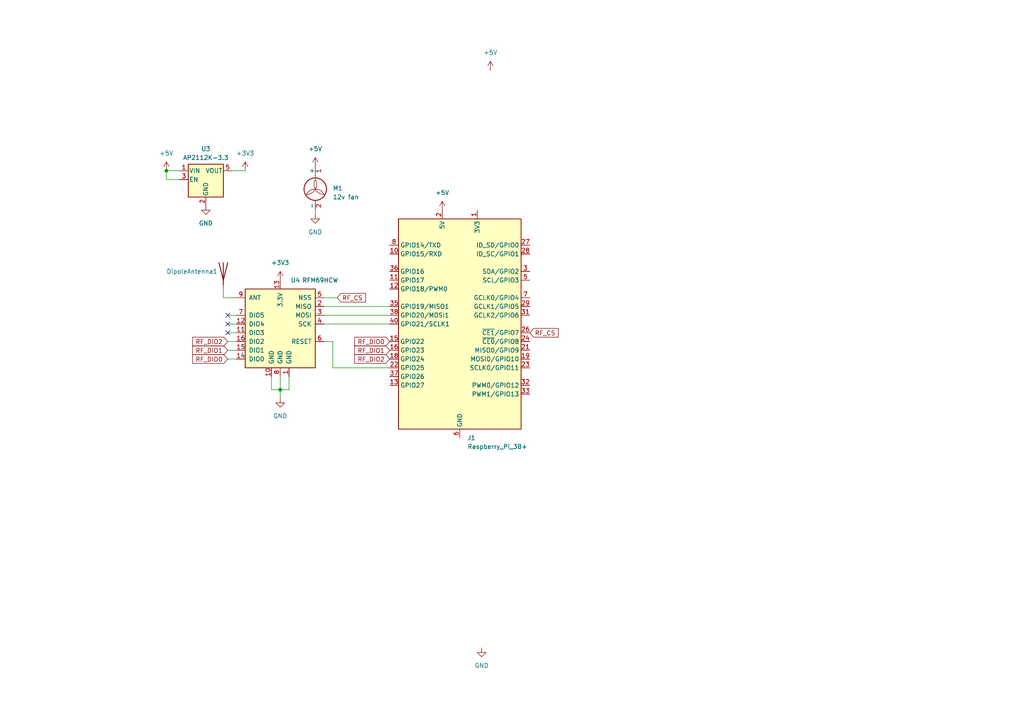
<source format=kicad_sch>
(kicad_sch (version 20231120) (generator "eeschema") (generator_version "8.0")
  (paper "A4")
  (lib_symbols
    (symbol "Connector:Raspberry_Pi_2_3"
      (property "Reference" "J" (at -17.78 31.75 0))
      (property "Value" "Raspberry_Pi_2_3" (at 10.16 -31.75 0))
      (symbol "Raspberry_Pi_2_3_0_1"
        (rectangle (start -17.78 30.48) (end 17.78 -30.48) (stroke (width 0.254)) (fill (type background)))
      )
      (symbol "Raspberry_Pi_2_3_1_1"
        (pin power_in line (at 5.08 33.02 270) (length 2.54) (name "3V3") (number "1"))
        (pin bidirectional line (at -20.32 20.32 0) (length 2.54) (name "GPIO15/RXD") (number "10"))
        (pin bidirectional line (at -20.32 12.7 0) (length 2.54) (name "GPIO17") (number "11"))
        (pin bidirectional line (at -20.32 10.16 0) (length 2.54) (name "GPIO18/PWM0") (number "12"))
        (pin bidirectional line (at -20.32 -17.78 0) (length 2.54) (name "GPIO27") (number "13"))
        (pin passive line (at 0 -33.02 90) (length 2.54) hide (name "GND") (number "14"))
        (pin bidirectional line (at -20.32 -5.08 0) (length 2.54) (name "GPIO22") (number "15"))
        (pin bidirectional line (at -20.32 -7.62 0) (length 2.54) (name "GPIO23") (number "16"))
        (pin passive line (at 5.08 33.02 270) (length 2.54) hide (name "3V3") (number "17"))
        (pin bidirectional line (at -20.32 -10.16 0) (length 2.54) (name "GPIO24") (number "18"))
        (pin bidirectional line (at 20.32 -10.16 180) (length 2.54) (name "MOSI0/GPIO10") (number "19"))
        (pin power_in line (at -5.08 33.02 270) (length 2.54) (name "5V") (number "2"))
        (pin passive line (at 0 -33.02 90) (length 2.54) hide (name "GND") (number "20"))
        (pin bidirectional line (at 20.32 -7.62 180) (length 2.54) (name "MISO0/GPIO9") (number "21"))
        (pin bidirectional line (at -20.32 -12.7 0) (length 2.54) (name "GPIO25") (number "22"))
        (pin bidirectional line (at 20.32 -12.7 180) (length 2.54) (name "SCLK0/GPIO11") (number "23"))
        (pin bidirectional line (at 20.32 -5.08 180) (length 2.54) (name "~{CE0}/GPIO8") (number "24"))
        (pin passive line (at 0 -33.02 90) (length 2.54) hide (name "GND") (number "25"))
        (pin bidirectional line (at 20.32 -2.54 180) (length 2.54) (name "~{CE1}/GPIO7") (number "26"))
        (pin bidirectional line (at 20.32 22.86 180) (length 2.54) (name "ID_SD/GPIO0") (number "27"))
        (pin bidirectional line (at 20.32 20.32 180) (length 2.54) (name "ID_SC/GPIO1") (number "28"))
        (pin bidirectional line (at 20.32 5.08 180) (length 2.54) (name "GCLK1/GPIO5") (number "29"))
        (pin bidirectional line (at 20.32 15.24 180) (length 2.54) (name "SDA/GPIO2") (number "3"))
        (pin passive line (at 0 -33.02 90) (length 2.54) hide (name "GND") (number "30"))
        (pin bidirectional line (at 20.32 2.54 180) (length 2.54) (name "GCLK2/GPIO6") (number "31"))
        (pin bidirectional line (at 20.32 -17.78 180) (length 2.54) (name "PWM0/GPIO12") (number "32"))
        (pin bidirectional line (at 20.32 -20.32 180) (length 2.54) (name "PWM1/GPIO13") (number "33"))
        (pin passive line (at 0 -33.02 90) (length 2.54) hide (name "GND") (number "34"))
        (pin bidirectional line (at -20.32 5.08 0) (length 2.54) (name "GPIO19/MISO1") (number "35"))
        (pin bidirectional line (at -20.32 15.24 0) (length 2.54) (name "GPIO16") (number "36"))
        (pin bidirectional line (at -20.32 -15.24 0) (length 2.54) (name "GPIO26") (number "37"))
        (pin bidirectional line (at -20.32 2.54 0) (length 2.54) (name "GPIO20/MOSI1") (number "38"))
        (pin passive line (at 0 -33.02 90) (length 2.54) hide (name "GND") (number "39"))
        (pin passive line (at -5.08 33.02 270) (length 2.54) hide (name "5V") (number "4"))
        (pin bidirectional line (at -20.32 0 0) (length 2.54) (name "GPIO21/SCLK1") (number "40"))
        (pin bidirectional line (at 20.32 12.7 180) (length 2.54) (name "SCL/GPIO3") (number "5"))
        (pin power_in line (at 0 -33.02 90) (length 2.54) (name "GND") (number "6"))
        (pin bidirectional line (at 20.32 7.62 180) (length 2.54) (name "GCLK0/GPIO4") (number "7"))
        (pin bidirectional line (at -20.32 22.86 0) (length 2.54) (name "GPIO14/TXD") (number "8"))
        (pin passive line (at 0 -33.02 90) (length 2.54) hide (name "GND") (number "9"))
      )
    )
    (symbol "Device:Antenna" (pin_numbers hide) (pin_names (offset 1.016) hide)
      (property "Reference" "AE" (at -1.905 1.905 0))
      (property "Value" "Antenna" (at -1.905 0 0))
      (symbol "Antenna_0_1"
        (polyline (pts (xy 0 2.54) (xy 0 -3.81)) (stroke (width 0.254)))
        (polyline (pts (xy 1.27 2.54) (xy 0 -2.54) (xy -1.27 2.54)) (stroke (width 0.254)))
      )
      (symbol "Antenna_1_1"
        (pin input line (at 0 -5.08 90) (length 2.54) (name "A") (number "1"))
      )
    )
    (symbol "MCU_Module:RaspberryPi-CM3+"
      (property "Reference" "U" (at -20.32 81.28 0))
      (property "Value" "RaspberryPi-CM3+" (at 20.32 81.28 0))
      (symbol "RaspberryPi-CM3+_0_1"
        (rectangle (start -21.59 80.01) (end 21.59 -80.01) (stroke (width 0.254)) (fill (type background)))
      )
      (symbol "RaspberryPi-CM3+_1_1"
        (pin passive line (at 0 -83.82 90) (length 3.81) hide (name "GND") (number "1"))
        (pin no_connect line (at -20.32 66.04 0) (length 2.54) hide (name "NC") (number "10"))
        (pin output line (at 25.4 45.72 180) (length 3.81) (name "DSI1_CP") (number "100"))
        (pin output line (at 25.4 58.42 180) (length 3.81) (name "DSI0_DP0") (number "101"))
        (pin output line (at 25.4 43.18 180) (length 3.81) (name "DSI1_CN") (number "102"))
        (pin passive line (at 0 -83.82 90) (length 3.81) hide (name "GND") (number "103"))
        (pin passive line (at 0 -83.82 90) (length 3.81) hide (name "GND") (number "104"))
        (pin output line (at 25.4 60.96 180) (length 3.81) (name "DSI0_CN") (number "105"))
        (pin output line (at 25.4 25.4 180) (length 3.81) (name "DSI1_DP3") (number "106"))
        (pin output line (at 25.4 63.5 180) (length 3.81) (name "DSI0_CP") (number "107"))
        (pin output line (at 25.4 22.86 180) (length 3.81) (name "DSI1_DN3") (number "108"))
        (pin passive line (at 0 -83.82 90) (length 3.81) hide (name "GND") (number "109"))
        (pin bidirectional line (at -25.4 30.48 0) (length 3.81) (name "GPIO3") (number "11"))
        (pin passive line (at 0 -83.82 90) (length 3.81) hide (name "GND") (number "110"))
        (pin output line (at 25.4 7.62 180) (length 3.81) (name "HDMI_CLK_N") (number "111"))
        (pin output line (at 25.4 30.48 180) (length 3.81) (name "DSI1_DP2") (number "112"))
        (pin output line (at 25.4 10.16 180) (length 3.81) (name "HDMI_CLK_P") (number "113"))
        (pin output line (at 25.4 27.94 180) (length 3.81) (name "DSI1_DN2") (number "114"))
        (pin passive line (at 0 -83.82 90) (length 3.81) hide (name "GND") (number "115"))
        (pin passive line (at 0 -83.82 90) (length 3.81) hide (name "GND") (number "116"))
        (pin output line (at 25.4 2.54 180) (length 3.81) (name "HDMI_D0_N") (number "117"))
        (pin output line (at 25.4 35.56 180) (length 3.81) (name "DSI1_DP1") (number "118"))
        (pin output line (at 25.4 5.08 180) (length 3.81) (name "HDMI_D0_P") (number "119"))
        (pin no_connect line (at -20.32 63.5 0) (length 2.54) hide (name "NC") (number "12"))
        (pin output line (at 25.4 33.02 180) (length 3.81) (name "DSI1_DN1") (number "120"))
        (pin passive line (at 0 -83.82 90) (length 3.81) hide (name "GND") (number "121"))
        (pin passive line (at 0 -83.82 90) (length 3.81) hide (name "GND") (number "122"))
        (pin output line (at 25.4 -2.54 180) (length 3.81) (name "HDMI_D1_N") (number "123"))
        (pin no_connect line (at 20.32 76.2 180) (length 2.54) hide (name "NC") (number "124"))
        (pin output line (at 25.4 0 180) (length 3.81) (name "HDMI_D1_P") (number "125"))
        (pin no_connect line (at 20.32 73.66 180) (length 2.54) hide (name "NC") (number "126"))
        (pin passive line (at 0 -83.82 90) (length 3.81) hide (name "GND") (number "127"))
        (pin no_connect line (at 20.32 71.12 180) (length 2.54) hide (name "NC") (number "128"))
        (pin output line (at 25.4 -7.62 180) (length 3.81) (name "HDMI_D2_N") (number "129"))
        (pin passive line (at 0 -83.82 90) (length 3.81) hide (name "GND") (number "13"))
        (pin no_connect line (at 20.32 66.04 180) (length 2.54) hide (name "NC") (number "130"))
        (pin output line (at 25.4 -5.08 180) (length 3.81) (name "HDMI_D2_P") (number "131"))
        (pin no_connect line (at 20.32 48.26 180) (length 2.54) hide (name "NC") (number "132"))
        (pin passive line (at 0 -83.82 90) (length 3.81) hide (name "GND") (number "133"))
        (pin passive line (at 0 -83.82 90) (length 3.81) hide (name "GND") (number "134"))
        (pin input line (at 25.4 -55.88 180) (length 3.81) (name "CAM1_DP3") (number "135"))
        (pin input line (at 25.4 -22.86 180) (length 3.81) (name "CAM0_DP0") (number "136"))
        (pin input line (at 25.4 -58.42 180) (length 3.81) (name "CAM1_DN3") (number "137"))
        (pin input line (at 25.4 -25.4 180) (length 3.81) (name "CAM0_DN0") (number "138"))
        (pin passive line (at 0 -83.82 90) (length 3.81) hide (name "GND") (number "139"))
        (pin passive line (at 0 -83.82 90) (length 3.81) hide (name "GND") (number "14"))
        (pin passive line (at 0 -83.82 90) (length 3.81) hide (name "GND") (number "140"))
        (pin input line (at 25.4 -50.8 180) (length 3.81) (name "CAM1_DP2") (number "141"))
        (pin input line (at 25.4 -17.78 180) (length 3.81) (name "CAM0_CP") (number "142"))
        (pin input line (at 25.4 -53.34 180) (length 3.81) (name "CAM1_DN2") (number "143"))
        (pin input line (at 25.4 -20.32 180) (length 3.81) (name "CAM0_CN") (number "144"))
        (pin passive line (at 0 -83.82 90) (length 3.81) hide (name "GND") (number "145"))
        (pin passive line (at 0 -83.82 90) (length 3.81) hide (name "GND") (number "146"))
        (pin input line (at 25.4 -35.56 180) (length 3.81) (name "CAM1_CP") (number "147"))
        (pin input line (at 25.4 -27.94 180) (length 3.81) (name "CAM0_DP1") (number "148"))
        (pin input line (at 25.4 -38.1 180) (length 3.81) (name "CAM1_CN") (number "149"))
        (pin bidirectional line (at -25.4 27.94 0) (length 3.81) (name "GPIO4") (number "15"))
        (pin input line (at 25.4 -30.48 180) (length 3.81) (name "CAM0_DN1") (number "150"))
        (pin passive line (at 0 -83.82 90) (length 3.81) hide (name "GND") (number "151"))
        (pin passive line (at 0 -83.82 90) (length 3.81) hide (name "GND") (number "152"))
        (pin input line (at 25.4 -45.72 180) (length 3.81) (name "CAM1_DP1") (number "153"))
        (pin no_connect line (at 20.32 -15.24 180) (length 2.54) hide (name "NC") (number "154"))
        (pin input line (at 25.4 -48.26 180) (length 3.81) (name "CAM1_DN1") (number "155"))
        (pin no_connect line (at 20.32 -12.7 180) (length 2.54) hide (name "NC") (number "156"))
        (pin passive line (at 0 -83.82 90) (length 3.81) hide (name "GND") (number "157"))
        (pin no_connect line (at 20.32 20.32 180) (length 2.54) hide (name "NC") (number "158"))
        (pin input line (at 25.4 -40.64 180) (length 3.81) (name "CAM1_DP0") (number "159"))
        (pin no_connect line (at -20.32 60.96 0) (length 2.54) hide (name "NC") (number "16"))
        (pin no_connect line (at 20.32 -60.96 180) (length 2.54) hide (name "NC") (number "160"))
        (pin input line (at 25.4 -43.18 180) (length 3.81) (name "CAM1_DN0") (number "161"))
        (pin no_connect line (at 20.32 -63.5 180) (length 2.54) hide (name "NC") (number "162"))
        (pin passive line (at 0 -83.82 90) (length 3.81) hide (name "GND") (number "163"))
        (pin passive line (at 0 -83.82 90) (length 3.81) hide (name "GND") (number "164"))
        (pin bidirectional line (at -25.4 45.72 0) (length 3.81) (name "USB_DP") (number "165"))
        (pin output line (at 25.4 68.58 180) (length 3.81) (name "TVDAC") (number "166"))
        (pin bidirectional line (at -25.4 43.18 0) (length 3.81) (name "USB_DM") (number "167"))
        (pin passive line (at -25.4 48.26 0) (length 3.81) (name "USB_OTGID") (number "168"))
        (pin passive line (at 0 -83.82 90) (length 3.81) hide (name "GND") (number "169"))
        (pin bidirectional line (at -25.4 25.4 0) (length 3.81) (name "GPIO5") (number "17"))
        (pin passive line (at 0 -83.82 90) (length 3.81) hide (name "GND") (number "170"))
        (pin bidirectional line (at 25.4 17.78 180) (length 3.81) (name "HDMI_CEC") (number "171"))
        (pin input line (at 25.4 -68.58 180) (length 3.81) (name "~{VC_TRST}") (number "172"))
        (pin bidirectional line (at 25.4 15.24 180) (length 3.81) (name "HDMI_SDA") (number "173"))
        (pin input line (at 25.4 -73.66 180) (length 3.81) (name "VC_TDI") (number "174"))
        (pin bidirectional line (at 25.4 12.7 180) (length 3.81) (name "HDMI_SCL") (number "175"))
        (pin input line (at 25.4 -66.04 180) (length 3.81) (name "VC_TMS") (number "176"))
        (pin input line (at -25.4 76.2 0) (length 3.81) (name "RUN") (number "177"))
        (pin output line (at 25.4 -76.2 180) (length 3.81) (name "VC_TDO") (number "178"))
        (pin no_connect line (at 0 78.74 270) (length 2.54) hide (name "VDD_CORE_(DO_NOT_CONNECT)") (number "179"))
        (pin no_connect line (at -20.32 58.42 0) (length 2.54) hide (name "NC") (number "18"))
        (pin input line (at 25.4 -71.12 180) (length 3.81) (name "VC_TCK") (number "180"))
        (pin passive line (at 0 -83.82 90) (length 3.81) hide (name "GND") (number "181"))
        (pin passive line (at 0 -83.82 90) (length 3.81) hide (name "GND") (number "182"))
        (pin passive line (at -7.62 83.82 270) (length 3.81) hide (name "1V8") (number "183"))
        (pin passive line (at -7.62 83.82 270) (length 3.81) hide (name "1V8") (number "184"))
        (pin passive line (at -7.62 83.82 270) (length 3.81) hide (name "1V8") (number "185"))
        (pin power_in line (at -7.62 83.82 270) (length 3.81) (name "1V8") (number "186"))
        (pin passive line (at 0 -83.82 90) (length 3.81) hide (name "GND") (number "187"))
        (pin passive line (at 0 -83.82 90) (length 3.81) hide (name "GND") (number "188"))
        (pin passive line (at 2.54 83.82 270) (length 3.81) hide (name "VDAC") (number "189"))
        (pin passive line (at 0 -83.82 90) (length 3.81) hide (name "GND") (number "19"))
        (pin power_in line (at 2.54 83.82 270) (length 3.81) (name "VDAC") (number "190"))
        (pin passive line (at -5.08 83.82 270) (length 3.81) hide (name "3V3") (number "191"))
        (pin passive line (at -5.08 83.82 270) (length 3.81) hide (name "3V3") (number "192"))
        (pin passive line (at -5.08 83.82 270) (length 3.81) hide (name "3V3") (number "193"))
        (pin power_in line (at -5.08 83.82 270) (length 3.81) (name "3V3") (number "194"))
        (pin passive line (at 0 -83.82 90) (length 3.81) hide (name "GND") (number "195"))
        (pin power_out line (at 0 -83.82 90) (length 3.81) (name "GND") (number "196"))
        (pin passive line (at -2.54 83.82 270) (length 3.81) hide (name "VBAT") (number "197"))
        (pin passive line (at -2.54 83.82 270) (length 3.81) hide (name "VBAT") (number "198"))
        (pin passive line (at -2.54 83.82 270) (length 3.81) hide (name "VBAT") (number "199"))
        (pin input line (at -25.4 73.66 0) (length 3.81) (name "~{EMMC_DISABLE}") (number "2"))
        (pin passive line (at 0 -83.82 90) (length 3.81) hide (name "GND") (number "20"))
        (pin power_in line (at -2.54 83.82 270) (length 3.81) (name "VBAT") (number "200"))
        (pin bidirectional line (at -25.4 22.86 0) (length 3.81) (name "GPIO6") (number "21"))
        (pin no_connect line (at -20.32 55.88 0) (length 2.54) hide (name "NC") (number "22"))
        (pin bidirectional line (at -25.4 20.32 0) (length 3.81) (name "GPIO7") (number "23"))
        (pin no_connect line (at -20.32 53.34 0) (length 2.54) hide (name "NC") (number "24"))
        (pin passive line (at 0 -83.82 90) (length 3.81) hide (name "GND") (number "25"))
        (pin passive line (at 0 -83.82 90) (length 3.81) hide (name "GND") (number "26"))
        (pin bidirectional line (at -25.4 17.78 0) (length 3.81) (name "GPIO8") (number "27"))
        (pin bidirectional line (at -25.4 -33.02 0) (length 3.81) (name "GPIO28") (number "28"))
        (pin bidirectional line (at -25.4 15.24 0) (length 3.81) (name "GPIO9") (number "29"))
        (pin bidirectional line (at -25.4 38.1 0) (length 3.81) (name "GPIO0") (number "3"))
        (pin bidirectional line (at -25.4 -35.56 0) (length 3.81) (name "GPIO29") (number "30"))
        (pin passive line (at 0 -83.82 90) (length 3.81) hide (name "GND") (number "31"))
        (pin passive line (at 0 -83.82 90) (length 3.81) hide (name "GND") (number "32"))
        (pin bidirectional line (at -25.4 12.7 0) (length 3.81) (name "GPIO10") (number "33"))
        (pin bidirectional line (at -25.4 -38.1 0) (length 3.81) (name "GPIO30") (number "34"))
        (pin bidirectional line (at -25.4 10.16 0) (length 3.81) (name "GPIO11") (number "35"))
        (pin bidirectional line (at -25.4 -40.64 0) (length 3.81) (name "GPIO31") (number "36"))
        (pin passive line (at 0 -83.82 90) (length 3.81) hide (name "GND") (number "37"))
        (pin passive line (at 0 -83.82 90) (length 3.81) hide (name "GND") (number "38"))
        (pin passive line (at 7.62 83.82 270) (length 3.81) hide (name "GPIO0-27_VDD") (number "39"))
        (pin no_connect line (at 5.08 78.74 270) (length 2.54) hide (name "NC") (number "4"))
        (pin power_in line (at 7.62 83.82 270) (length 3.81) (name "GPIO0-27_VDD") (number "40"))
        (pin passive line (at 10.16 83.82 270) (length 3.81) hide (name "GPIO28-45_VDD") (number "41"))
        (pin power_in line (at 10.16 83.82 270) (length 3.81) (name "GPIO28-45_VDD") (number "42"))
        (pin passive line (at 0 -83.82 90) (length 3.81) hide (name "GND") (number "43"))
        (pin passive line (at 0 -83.82 90) (length 3.81) hide (name "GND") (number "44"))
        (pin bidirectional line (at -25.4 7.62 0) (length 3.81) (name "GPIO12") (number "45"))
        (pin bidirectional line (at -25.4 -43.18 0) (length 3.81) (name "GPIO32") (number "46"))
        (pin bidirectional line (at -25.4 5.08 0) (length 3.81) (name "GPIO13") (number "47"))
        (pin bidirectional line (at -25.4 -45.72 0) (length 3.81) (name "GPIO33") (number "48"))
        (pin passive line (at 0 -83.82 90) (length 3.81) hide (name "GND") (number "49"))
        (pin bidirectional line (at -25.4 35.56 0) (length 3.81) (name "GPIO1") (number "5"))
        (pin passive line (at 0 -83.82 90) (length 3.81) hide (name "GND") (number "50"))
        (pin bidirectional line (at -25.4 2.54 0) (length 3.81) (name "GPIO14") (number "51"))
        (pin bidirectional line (at -25.4 -48.26 0) (length 3.81) (name "GPIO34") (number "52"))
        (pin bidirectional line (at -25.4 0 0) (length 3.81) (name "GPIO15") (number "53"))
        (pin bidirectional line (at -25.4 -50.8 0) (length 3.81) (name "GPIO35") (number "54"))
        (pin passive line (at 0 -83.82 90) (length 3.81) hide (name "GND") (number "55"))
        (pin passive line (at 0 -83.82 90) (length 3.81) hide (name "GND") (number "56"))
        (pin bidirectional line (at -25.4 -2.54 0) (length 3.81) (name "GPIO16") (number "57"))
        (pin bidirectional line (at -25.4 -53.34 0) (length 3.81) (name "GPIO36") (number "58"))
        (pin bidirectional line (at -25.4 -5.08 0) (length 3.81) (name "GPIO17") (number "59"))
        (pin no_connect line (at 12.7 78.74 270) (length 2.54) hide (name "NC") (number "6"))
        (pin bidirectional line (at -25.4 -55.88 0) (length 3.81) (name "GPIO37") (number "60"))
        (pin passive line (at 0 -83.82 90) (length 3.81) hide (name "GND") (number "61"))
        (pin passive line (at 0 -83.82 90) (length 3.81) hide (name "GND") (number "62"))
        (pin bidirectional line (at -25.4 -7.62 0) (length 3.81) (name "GPIO18") (number "63"))
        (pin bidirectional line (at -25.4 -58.42 0) (length 3.81) (name "GPIO38") (number "64"))
        (pin bidirectional line (at -25.4 -10.16 0) (length 3.81) (name "GPIO19") (number "65"))
        (pin bidirectional line (at -25.4 -60.96 0) (length 3.81) (name "GPIO39") (number "66"))
        (pin passive line (at 0 -83.82 90) (length 3.81) hide (name "GND") (number "67"))
        (pin passive line (at 0 -83.82 90) (length 3.81) hide (name "GND") (number "68"))
        (pin bidirectional line (at -25.4 -12.7 0) (length 3.81) (name "GPIO20") (number "69"))
        (pin passive line (at 0 -83.82 90) (length 3.81) hide (name "GND") (number "7"))
        (pin bidirectional line (at -25.4 -63.5 0) (length 3.81) (name "GPIO40") (number "70"))
        (pin bidirectional line (at -25.4 -15.24 0) (length 3.81) (name "GPIO21") (number "71"))
        (pin bidirectional line (at -25.4 -66.04 0) (length 3.81) (name "GPIO41") (number "72"))
        (pin passive line (at 0 -83.82 90) (length 3.81) hide (name "GND") (number "73"))
        (pin passive line (at 0 -83.82 90) (length 3.81) hide (name "GND") (number "74"))
        (pin bidirectional line (at -25.4 -17.78 0) (length 3.81) (name "GPIO22") (number "75"))
        (pin bidirectional line (at -25.4 -68.58 0) (length 3.81) (name "GPIO42") (number "76"))
        (pin bidirectional line (at -25.4 -20.32 0) (length 3.81) (name "GPIO23") (number "77"))
        (pin bidirectional line (at -25.4 -71.12 0) (length 3.81) (name "GPIO43") (number "78"))
        (pin passive line (at 0 -83.82 90) (length 3.81) hide (name "GND") (number "79"))
        (pin passive line (at 0 -83.82 90) (length 3.81) hide (name "GND") (number "8"))
        (pin passive line (at 0 -83.82 90) (length 3.81) hide (name "GND") (number "80"))
        (pin bidirectional line (at -25.4 -22.86 0) (length 3.81) (name "GPIO24") (number "81"))
        (pin bidirectional line (at -25.4 -73.66 0) (length 3.81) (name "GPIO44") (number "82"))
        (pin bidirectional line (at -25.4 -25.4 0) (length 3.81) (name "GPIO25") (number "83"))
        (pin bidirectional line (at -25.4 -76.2 0) (length 3.81) (name "GPIO45") (number "84"))
        (pin passive line (at 0 -83.82 90) (length 3.81) hide (name "GND") (number "85"))
        (pin passive line (at 0 -83.82 90) (length 3.81) hide (name "GND") (number "86"))
        (pin bidirectional line (at -25.4 -27.94 0) (length 3.81) (name "GPIO26") (number "87"))
        (pin input line (at 25.4 -10.16 180) (length 3.81) (name "HDMI_HPD_N_1V8") (number "88"))
        (pin bidirectional line (at -25.4 -30.48 0) (length 3.81) (name "GPIO27") (number "89"))
        (pin bidirectional line (at -25.4 33.02 0) (length 3.81) (name "GPIO2") (number "9"))
        (pin output line (at -25.4 71.12 0) (length 3.81) (name "EMMC_EN_N_1V8") (number "90"))
        (pin passive line (at 0 -83.82 90) (length 3.81) hide (name "GND") (number "91"))
        (pin passive line (at 0 -83.82 90) (length 3.81) hide (name "GND") (number "92"))
        (pin output line (at 25.4 50.8 180) (length 3.81) (name "DSI0_DN1") (number "93"))
        (pin output line (at 25.4 40.64 180) (length 3.81) (name "DSI1_DP0") (number "94"))
        (pin output line (at 25.4 53.34 180) (length 3.81) (name "DSI0_DP1") (number "95"))
        (pin output line (at 25.4 38.1 180) (length 3.81) (name "DSI1_DN0") (number "96"))
        (pin passive line (at 0 -83.82 90) (length 3.81) hide (name "GND") (number "97"))
        (pin passive line (at 0 -83.82 90) (length 3.81) hide (name "GND") (number "98"))
        (pin output line (at 25.4 55.88 180) (length 3.81) (name "DSI0_DN0") (number "99"))
      )
    )
    (symbol "Motor:Fan" (pin_names (offset 0))
      (property "Reference" "M" (at 2.54 5.08 0))
      (property "Value" "Fan" (at 2.54 -2.54 0))
      (symbol "Fan_0_1"
        (arc (start -2.54 -0.508) (mid 0.0028 0.9121) (end 0 3.81))
        (polyline (pts (xy 0 -5.08) (xy 0 -4.572)))
        (polyline (pts (xy 0 -2.2352) (xy 0 -2.6416)))
        (polyline (pts (xy 0 4.2672) (xy 0 4.6228)))
        (polyline (pts (xy 0 4.572) (xy 0 5.08)))
        (circle (center 0 1.016) (radius 3.2512) (stroke (width 0.254)))
        (arc (start 0 3.81) (mid 0.053 0.921) (end 2.54 -0.508))
        (arc (start 2.54 -0.508) (mid 0 1.0618) (end -2.54 -0.508))
      )
      (symbol "Fan_1_1"
        (pin passive line (at 0 7.62 270) (length 2.54) (name "+") (number "1"))
        (pin passive line (at 0 -5.08 90) (length 2.54) (name "-") (number "2"))
      )
    )
    (symbol "RFM69HCW_1" (pin_names (offset 1.016))
      (property "Reference" "U3" (at -3.0165 12.7 0))
      (property "Value" "RFM69HCW" (at -6.35 12.7 0))
      (symbol "RFM69HCW_1_0_1"
        (rectangle (start -10.16 10.16) (end 10.16 -12.7) (stroke (width 0.254)) (fill (type background)))
      )
      (symbol "RFM69HCW_1_1_1"
        (pin power_in line (at -2.54 -15.24 90) (length 2.54) (name "GND") (number "1"))
        (pin power_in line (at 2.54 -15.24 90) (length 2.54) (name "GND") (number "10"))
        (pin bidirectional line (at 12.7 -2.54 180) (length 2.54) (name "DIO3") (number "11"))
        (pin bidirectional line (at 12.7 0 180) (length 2.54) (name "DIO4") (number "12"))
        (pin power_in line (at 0 12.7 270) (length 2.54) (name "3.3V") (number "13"))
        (pin bidirectional line (at 12.7 -10.16 180) (length 2.54) (name "DIO0") (number "14"))
        (pin bidirectional line (at 12.7 -7.62 180) (length 2.54) (name "DIO1") (number "15"))
        (pin bidirectional line (at 12.7 -5.08 180) (length 2.54) (name "DIO2") (number "16"))
        (pin output line (at -12.7 5.08 0) (length 2.54) (name "MISO") (number "2"))
        (pin input line (at -12.7 2.54 0) (length 2.54) (name "MOSI") (number "3"))
        (pin input line (at -12.7 0 0) (length 2.54) (name "SCK") (number "4"))
        (pin input line (at -12.7 7.62 0) (length 2.54) (name "NSS") (number "5"))
        (pin bidirectional line (at -12.7 -5.08 0) (length 2.54) (name "RESET") (number "6"))
        (pin bidirectional line (at 12.7 2.54 180) (length 2.54) (name "DIO5") (number "7"))
        (pin power_in line (at 0 -15.24 90) (length 2.54) (name "GND") (number "8"))
        (pin bidirectional line (at 12.7 7.62 180) (length 2.54) (name "ANT") (number "9"))
      )
    )
    (symbol "RF_Module:RFM69HCW" (pin_names (offset 1.016))
      (property "Reference" "U" (at -10.414 11.684 0))
      (property "Value" "RFM69HCW" (at 1.524 11.43 0))
      (symbol "RFM69HCW_0_1"
        (rectangle (start -10.16 10.16) (end 10.16 -12.7) (stroke (width 0.254)) (fill (type background)))
      )
      (symbol "RFM69HCW_1_1"
        (pin power_in line (at -2.54 -15.24 90) (length 2.54) (name "GND") (number "1"))
        (pin power_in line (at 2.54 -15.24 90) (length 2.54) (name "GND") (number "10"))
        (pin bidirectional line (at 12.7 -2.54 180) (length 2.54) (name "DIO3") (number "11"))
        (pin bidirectional line (at 12.7 0 180) (length 2.54) (name "DIO4") (number "12"))
        (pin power_in line (at 0 12.7 270) (length 2.54) (name "3.3V") (number "13"))
        (pin bidirectional line (at 12.7 -10.16 180) (length 2.54) (name "DIO0") (number "14"))
        (pin bidirectional line (at 12.7 -7.62 180) (length 2.54) (name "DIO1") (number "15"))
        (pin bidirectional line (at 12.7 -5.08 180) (length 2.54) (name "DIO2") (number "16"))
        (pin output line (at -12.7 2.54 0) (length 2.54) (name "MISO") (number "2"))
        (pin input line (at -12.7 5.08 0) (length 2.54) (name "MOSI") (number "3"))
        (pin input line (at -12.7 7.62 0) (length 2.54) (name "SCK") (number "4"))
        (pin input line (at -12.7 0 0) (length 2.54) (name "NSS") (number "5"))
        (pin bidirectional line (at -12.7 -5.08 0) (length 2.54) (name "RESET") (number "6"))
        (pin bidirectional line (at 12.7 2.54 180) (length 2.54) (name "DIO5") (number "7"))
        (pin power_in line (at 0 -15.24 90) (length 2.54) (name "GND") (number "8"))
        (pin bidirectional line (at 12.7 7.62 180) (length 2.54) (name "ANT") (number "9"))
      )
    )
    (symbol "Regulator_Linear:AP2112K-3.3" (pin_names (offset 0.254))
      (property "Reference" "U" (at -5.08 5.715 0))
      (property "Value" "AP2112K-3.3" (at 0 5.715 0))
      (symbol "AP2112K-3.3_0_1"
        (rectangle (start -5.08 4.445) (end 5.08 -5.08) (stroke (width 0.254)) (fill (type background)))
      )
      (symbol "AP2112K-3.3_1_1"
        (pin power_in line (at -7.62 2.54 0) (length 2.54) (name "VIN") (number "1"))
        (pin power_in line (at 0 -7.62 90) (length 2.54) (name "GND") (number "2"))
        (pin input line (at -7.62 0 0) (length 2.54) (name "EN") (number "3"))
        (pin no_connect line (at 5.08 0 180) (length 2.54) hide (name "NC") (number "4"))
        (pin power_out line (at 7.62 2.54 180) (length 2.54) (name "VOUT") (number "5"))
      )
    )
    (symbol "power:+3V3" (power) (pin_numbers hide) (pin_names (offset 0) hide)
      (property "Value" "+3V3" (at 0 3.556 0))
      (symbol "+3V3_0_1"
        (polyline (pts (xy -0.762 1.27) (xy 0 2.54)))
        (polyline (pts (xy 0 0) (xy 0 2.54)))
        (polyline (pts (xy 0 2.54) (xy 0.762 1.27)))
      )
      (symbol "+3V3_1_1"
        (pin power_in line (at 0 0 90) (length 0) (name "~") (number "1"))
      )
    )
    (symbol "power:+5V" (power) (pin_numbers hide) (pin_names (offset 0) hide)
      (property "Value" "+5V" (at 0 3.556 0))
      (symbol "+5V_0_1"
        (polyline (pts (xy -0.762 1.27) (xy 0 2.54)))
        (polyline (pts (xy 0 0) (xy 0 2.54)))
        (polyline (pts (xy 0 2.54) (xy 0.762 1.27)))
      )
      (symbol "+5V_1_1"
        (pin power_in line (at 0 0 90) (length 0) (name "~") (number "1"))
      )
    )
    (symbol "power:GND" (power) (pin_numbers hide) (pin_names (offset 0) hide)
      (property "Value" "GND" (at 0 -3.81 0))
      (symbol "GND_0_1"
        (polyline (pts (xy 0 0) (xy 0 -1.27) (xy 1.27 -1.27) (xy 0 -2.54) (xy -1.27 -1.27) (xy 0 -1.27)))
      )
      (symbol "GND_1_1"
        (pin power_in line (at 0 0 270) (length 0) (name "~") (number "1"))
      )
    )
  )
  (junction (at -228.6 10.16) (color 33 218 10 1))
  (junction (at 81.28 113.03))
  (junction (at 48.26 49.53))
  (no_connect (at -259.08 31.75))
  (no_connect (at -259.08 29.21))
  (no_connect (at 66.04 93.98))
  (no_connect (at 66.04 91.44))
  (no_connect (at 66.04 96.52))
  (no_connect (at -259.08 26.67))
  (wire (pts (xy 93.98 93.98) (xy 113.03 93.98)))
  (wire (pts (xy -205.74 36.83) (xy -233.68 36.83)) (stroke (width 0) (color 139 139 139 1)))
  (wire (pts (xy -173.99 20.32) (xy -205.74 20.32)) (stroke (width 0) (color 139 139 139 1)))
  (wire (pts (xy -264.16 24.13) (xy -264.16 53.34)) (stroke (width 0) (color 255 255 0 1)))
  (wire (pts (xy -238.76 7.62) (xy -228.6 7.62)) (stroke (width 0) (color 33 218 10 1)))
  (wire (pts (xy -259.08 24.13) (xy -264.16 24.13)) (stroke (width 0) (color 255 255 0 1)))
  (wire (pts (xy -208.28 34.29) (xy -208.28 17.78)) (stroke (width 0) (color 2 2 255 1)))
  (wire (pts (xy -228.6 29.21) (xy -228.6 10.16)) (stroke (width 0) (color 33 218 10 1)))
  (wire (pts (xy -228.6 10.16) (xy -173.99 10.16)) (stroke (width 0) (color 33 218 10 1)))
  (wire (pts (xy 83.82 113.03) (xy 83.82 109.22)))
  (wire (pts (xy 96.52 106.68) (xy 113.03 106.68)))
  (wire (pts (xy 66.04 91.44) (xy 68.58 91.44)))
  (wire (pts (xy -233.68 24.13) (xy -214.63 24.13)) (stroke (width 0) (color 132 73 29 1)))
  (wire (pts (xy -265.43 21.59) (xy -259.08 21.59)) (stroke (width 0) (color 255 164 0 1)))
  (wire (pts (xy 68.58 104.14) (xy 66.04 104.14)))
  (wire (pts (xy -233.68 34.29) (xy -208.28 34.29)) (stroke (width 0) (color 2 2 255 1)))
  (wire (pts (xy 68.58 86.36) (xy 64.77 86.36)))
  (wire (pts (xy -266.7 48.26) (xy -173.99 48.26)))
  (wire (pts (xy 81.28 113.03) (xy 81.28 115.57)))
  (wire (pts (xy -259.08 19.05) (xy -266.7 19.05)))
  (wire (pts (xy -208.28 17.78) (xy -173.99 17.78)) (stroke (width 0) (color 2 2 255 1)))
  (wire (pts (xy -294.64 36.83) (xy -259.08 36.83)))
  (wire (pts (xy -210.82 31.75) (xy -210.82 15.24)) (stroke (width 0) (color 177 0 255 1)))
  (wire (pts (xy -228.6 10.16) (xy -228.6 7.62)) (stroke (width 0) (color 33 218 10 1)))
  (wire (pts (xy -228.6 29.21) (xy -233.68 29.21)) (stroke (width 0) (color 33 218 10 1)))
  (wire (pts (xy -233.68 31.75) (xy -210.82 31.75)) (stroke (width 0) (color 177 0 255 1)))
  (wire (pts (xy 48.26 49.53) (xy 48.26 52.07)))
  (wire (pts (xy 48.26 49.53) (xy 52.07 49.53)))
  (wire (pts (xy 81.28 113.03) (xy 78.74 113.03)))
  (wire (pts (xy -265.43 50.8) (xy -265.43 21.59)) (stroke (width 0) (color 255 164 0 1)))
  (wire (pts (xy 68.58 99.06) (xy 66.04 99.06)))
  (wire (pts (xy -266.7 19.05) (xy -266.7 48.26)))
  (wire (pts (xy -210.82 15.24) (xy -173.99 15.24)) (stroke (width 0) (color 177 0 255 1)))
  (wire (pts (xy 91.44 62.23) (xy 91.44 60.96)))
  (wire (pts (xy 93.98 88.9) (xy 113.03 88.9)))
  (wire (pts (xy 66.04 96.52) (xy 68.58 96.52)))
  (wire (pts (xy 96.52 106.68) (xy 96.52 99.06)))
  (wire (pts (xy 48.26 52.07) (xy 52.07 52.07)))
  (wire (pts (xy 66.04 93.98) (xy 68.58 93.98)))
  (wire (pts (xy -173.99 50.8) (xy -265.43 50.8)) (stroke (width 0) (color 255 164 0 1)))
  (wire (pts (xy 93.98 91.44) (xy 113.03 91.44)))
  (wire (pts (xy 71.12 49.53) (xy 67.31 49.53)))
  (wire (pts (xy 64.77 86.36) (xy 64.77 83.82)))
  (wire (pts (xy -214.63 55.88) (xy -173.99 55.88)) (stroke (width 0) (color 132 73 29 1)))
  (wire (pts (xy 81.28 113.03) (xy 83.82 113.03)))
  (wire (pts (xy -205.74 20.32) (xy -205.74 36.83)) (stroke (width 0) (color 139 139 139 1)))
  (wire (pts (xy -264.16 53.34) (xy -173.99 53.34)) (stroke (width 0) (color 255 255 0 1)))
  (wire (pts (xy 78.74 113.03) (xy 78.74 109.22)))
  (wire (pts (xy 93.98 99.06) (xy 96.52 99.06)))
  (wire (pts (xy 97.79 86.36) (xy 93.98 86.36)))
  (wire (pts (xy 68.58 101.6) (xy 66.04 101.6)))
  (wire (pts (xy -214.63 24.13) (xy -214.63 55.88)) (stroke (width 0) (color 132 73 29 1)))
  (wire (pts (xy 81.28 113.03) (xy 81.28 109.22)))
  (global_label "RF_DIO0" (shape input) (at 66.04 104.14 180) (property "Intersheetrefs" "${INTERSHEET_REFS}" (effects (hide yes))))
  (global_label "RF_DIO1" (shape input) (at 66.04 101.6 180) (property "Intersheetrefs" "${INTERSHEET_REFS}" (effects (hide yes))))
  (global_label "RF_DIO0" (shape input) (at 113.03 99.06 180) (property "Intersheetrefs" "${INTERSHEET_REFS}" (effects (hide yes))))
  (global_label "RF_DIO2" (shape input) (at 66.04 99.06 180) (property "Intersheetrefs" "${INTERSHEET_REFS}" (effects (hide yes))))
  (global_label "RF_CS" (shape input) (at 153.67 96.52 0) (property "Intersheetrefs" "${INTERSHEET_REFS}" (effects (hide yes))))
  (global_label "RF_DIO1" (shape input) (at 113.03 101.6 180) (property "Intersheetrefs" "${INTERSHEET_REFS}" (effects (hide yes))))
  (global_label "white" (shape input) (at -266.7 19.05 180) (property "Intersheetrefs" "${INTERSHEET_REFS}" (effects (hide yes))))
  (global_label "RF_DIO2" (shape input) (at 113.03 104.14 180) (property "Intersheetrefs" "${INTERSHEET_REFS}" (effects (hide yes))))
  (global_label "CS" (shape input) (at -238.76 7.62 180) (property "Intersheetrefs" "${INTERSHEET_REFS}" (effects (hide yes))))
  (global_label "RF_CS" (shape input) (at 97.79 86.36 0) (property "Intersheetrefs" "${INTERSHEET_REFS}" (effects (hide yes))))
  (symbol (lib_name "RFM69HCW_1") (lib_id "RF_Module:RFM69HCW") (at 81.28 93.98 0) (mirror y) (unit 1)
    (property "Reference" "U4" (at 84.2965 81.28 0) (effects (justify right)))
    (property "Value" "RFM69HCW" (at 87.63 81.28 0) (effects (justify right)))
    (property "Datasheet" "https://www.hoperf.com/data/upload/portal/20181127/5bfcb8284d838.pdf" (effects (hide yes)))
    (property "Description" "Low power ISM Radio Transceiver Module, SPI interface, AES encryption, 434 or 915 MHz, up to 100mW, up to 300 kb/s, SMD-16, DIP-16" (effects (hide yes)))
  )
  (symbol (lib_id "Motor:Fan") (at 91.44 55.88 0) (unit 1)
    (property "Reference" "M1" (at 96.52 54.6099 0) (effects (justify left)))
    (property "Value" "12v fan" (at 96.52 57.1499 0) (effects (justify left)))
    (property "Description" "Fan" (effects (hide yes)))
  )
  (symbol (lib_id "power:+5V") (at 48.26 49.53 0) (unit 1)
    (property "Reference" "#PWR1" (effects (hide yes)))
    (property "Value" "+5V" (at 48.26 44.45 0))
    (property "Description" "Power symbol creates a global label with name \"+5V\"" (effects (hide yes)))
  )
  (symbol (lib_id "power:+5V") (at 142.24 20.32 0) (unit 1)
    (property "Reference" "#PWR10" (effects (hide yes)))
    (property "Value" "+5V" (at 142.24 15.24 0))
    (property "Description" "Power symbol creates a global label with name \"+5V\"" (effects (hide yes)))
  )
  (symbol (lib_id "RF_Module:RFM69HCW") (at -246.38 29.21 180) (unit 1)
    (property "Reference" "U1" (at -243.3635 41.91 0) (effects (justify right)))
    (property "Value" "RFM69HCW" (at -240.03 41.91 0) (effects (justify right)))
    (property "Datasheet" "https://www.hoperf.com/data/upload/portal/20181127/5bfcb8284d838.pdf" (effects (hide yes)))
    (property "Description" "Low power ISM Radio Transceiver Module, SPI interface, AES encryption, 434 or 915 MHz, up to 100mW, up to 300 kb/s, SMD-16, DIP-16" (effects (hide yes)))
  )
  (symbol (lib_id "power:+3V3") (at 81.28 81.28 0) (unit 1)
    (property "Reference" "#PWR4" (effects (hide yes)))
    (property "Value" "+3V3" (at 81.28 76.2 0))
    (property "Description" "Power symbol creates a global label with name \"+3V3\"" (effects (hide yes)))
  )
  (symbol (lib_id "power:GND") (at 59.69 59.69 0) (unit 1)
    (property "Reference" "#PWR2" (effects (hide yes)))
    (property "Value" "GND" (at 59.69 64.77 0))
    (property "Description" "Power symbol creates a global label with name \"GND\" , ground" (effects (hide yes)))
  )
  (symbol (lib_id "power:GND") (at 81.28 115.57 0) (unit 1)
    (property "Reference" "#PWR5" (effects (hide yes)))
    (property "Value" "GND" (at 81.28 120.65 0))
    (property "Description" "Power symbol creates a global label with name \"GND\" , ground" (effects (hide yes)))
  )
  (symbol (lib_id "MCU_Module:RaspberryPi-CM3+") (at -148.59 30.48 0) (unit 1)
    (property "Reference" "U2" (at -146.3959 113.03 0) (effects (justify left)))
    (property "Value" "RaspberryPi-CM3+" (at -146.3959 115.57 0) (effects (justify left)))
    (property "Datasheet" "https://www.raspberrypi.org/documentation/hardware/computemodule/datasheets/rpi_DATA_CM3plus_1p0.pdf" (effects (hide yes)))
    (property "Description" "BCM2837B0 Broadcom 1.2 GHZ quad core, 1 GB RAM 8/16/32 GB eMMC, industrial SoM computer" (effects (hide yes)))
  )
  (symbol (lib_id "Regulator_Linear:AP2112K-3.3") (at 59.69 52.07 0) (unit 1)
    (property "Reference" "U3" (at 59.69 43.18 0))
    (property "Value" "AP2112K-3.3" (at 59.69 45.72 0))
    (property "Footprint" "Package_TO_SOT_SMD:SOT-23-5" (effects (hide yes)))
    (property "Datasheet" "https://www.diodes.com/assets/Datasheets/AP2112.pdf" (effects (hide yes)))
    (property "Description" "600mA low dropout linear regulator, with enable pin, 3.8V-6V input voltage range, 3.3V fixed positive output, SOT-23-5" (effects (hide yes)))
  )
  (symbol (lib_id "power:GND") (at 139.7 187.96 0) (unit 1)
    (property "Reference" "#PWR9" (effects (hide yes)))
    (property "Value" "GND" (at 139.7 193.04 0))
    (property "Description" "Power symbol creates a global label with name \"GND\" , ground" (effects (hide yes)))
  )
  (symbol (lib_id "power:+5V") (at 128.27 60.96 0) (unit 1)
    (property "Reference" "#PWR8" (effects (hide yes)))
    (property "Value" "+5V" (at 128.27 55.88 0))
    (property "Description" "Power symbol creates a global label with name \"+5V\"" (effects (hide yes)))
  )
  (symbol (lib_id "Device:Antenna") (at -294.64 31.75 0) (unit 1)
    (property "Reference" "AE1" (at -292.1 31.1149 0) (effects (justify left)))
    (property "Value" "Antenna" (at -292.1 33.6549 0) (effects (justify left)))
    (property "Description" "Antenna" (effects (hide yes)))
  )
  (symbol (lib_id "power:+3V3") (at 71.12 49.53 0) (unit 1)
    (property "Reference" "#PWR3" (effects (hide yes)))
    (property "Value" "+3V3" (at 71.12 44.45 0))
    (property "Description" "Power symbol creates a global label with name \"+3V3\"" (effects (hide yes)))
  )
  (symbol (lib_id "Device:Antenna") (at 64.77 78.74 0) (unit 1)
    (property "Reference" "DipoleAntenna1" (at 48.26 78.74 0) (effects (justify left)))
    (property "Value" "Antenna" (effects (hide yes)))
    (property "Description" "Antenna" (effects (hide yes)))
  )
  (symbol (lib_id "power:GND") (at 91.44 62.23 0) (unit 1)
    (property "Reference" "#PWR7" (effects (hide yes)))
    (property "Value" "GND" (at 91.44 67.31 0))
    (property "Description" "Power symbol creates a global label with name \"GND\" , ground" (effects (hide yes)))
  )
  (symbol (lib_id "power:+5V") (at 91.44 48.26 0) (unit 1)
    (property "Reference" "#PWR6" (effects (hide yes)))
    (property "Value" "+5V" (at 91.44 43.18 0))
    (property "Description" "Power symbol creates a global label with name \"+5V\"" (effects (hide yes)))
  )
  (symbol (lib_id "Connector:Raspberry_Pi_2_3") (at 133.35 93.98 0) (unit 1)
    (property "Reference" "J1" (at 135.5441 127 0) (effects (justify left)))
    (property "Value" "Raspberry_Pi_3B+" (at 135.5441 129.54 0) (effects (justify left)))
    (property "Datasheet" "https://www.raspberrypi.org/documentation/hardware/raspberrypi/schematics/rpi_SCH_3bplus_1p0_reduced.pdf" (effects (hide yes)))
    (property "Description" "expansion header for Raspberry Pi 2 & 3" (effects (hide yes)))
  )
)
</source>
